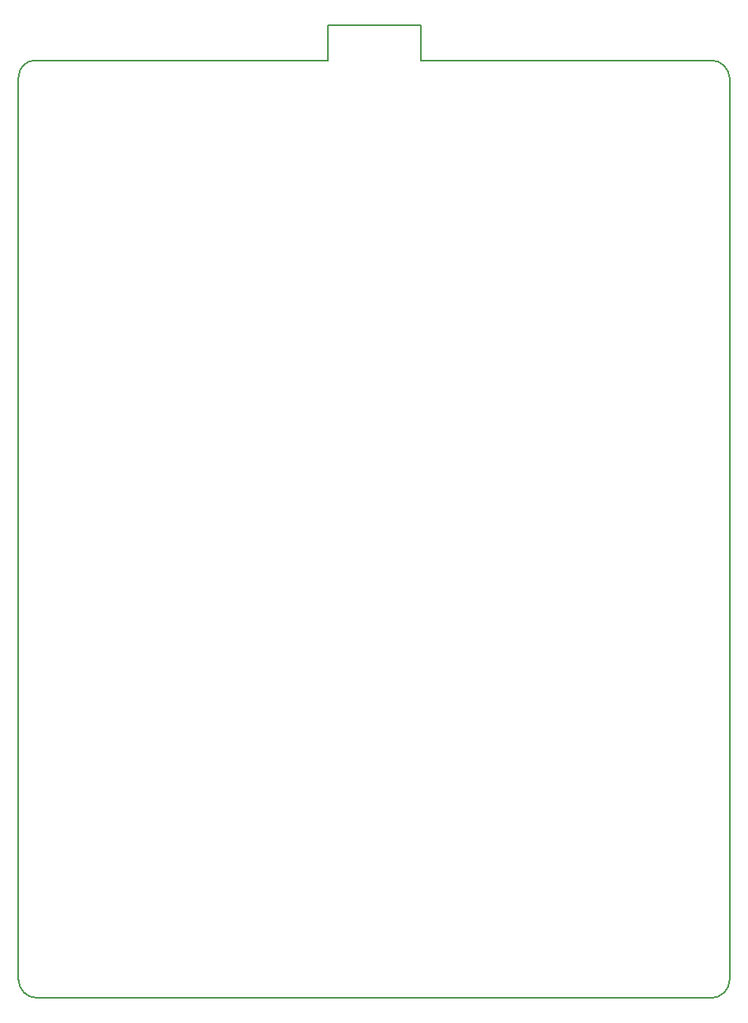
<source format=gbr>
G04 #@! TF.GenerationSoftware,KiCad,Pcbnew,(5.0.2)-1*
G04 #@! TF.CreationDate,2019-10-12T18:51:29+05:30*
G04 #@! TF.ProjectId,steambud_htswp,73746561-6d62-4756-945f-68747377702e,rev?*
G04 #@! TF.SameCoordinates,Original*
G04 #@! TF.FileFunction,Profile,NP*
%FSLAX46Y46*%
G04 Gerber Fmt 4.6, Leading zero omitted, Abs format (unit mm)*
G04 Created by KiCad (PCBNEW (5.0.2)-1) date 10/12/2019 6:51:29 PM*
%MOMM*%
%LPD*%
G01*
G04 APERTURE LIST*
%ADD10C,0.150000*%
G04 APERTURE END LIST*
D10*
X40000000Y-123800000D02*
X112400000Y-123800000D01*
X38000000Y-120800000D02*
X38000000Y-121800000D01*
X40000000Y-123800000D02*
G75*
G02X38000000Y-121800000I0J2000000D01*
G01*
X114400000Y-121800000D02*
X114400000Y-25000000D01*
X114400000Y-121800000D02*
G75*
G02X112400000Y-123800000I-2000000J0D01*
G01*
X112400000Y-23000000D02*
X112000000Y-23000000D01*
X112400000Y-23000000D02*
G75*
G02X114400000Y-25000000I0J-2000000D01*
G01*
X81200000Y-19200000D02*
X81200000Y-23000000D01*
X71200000Y-19200000D02*
X81200000Y-19200000D01*
X71200000Y-23000000D02*
X71000000Y-23000000D01*
X71200000Y-19200000D02*
X71200000Y-23000000D01*
X39800000Y-23000000D02*
X71000000Y-23000000D01*
X38000000Y-24800000D02*
X38000000Y-34000000D01*
X38000000Y-24800000D02*
G75*
G02X39800000Y-23000000I1800000J0D01*
G01*
X81200000Y-23000000D02*
X112000000Y-23000000D01*
X38000000Y-34000000D02*
X38000000Y-120800000D01*
M02*

</source>
